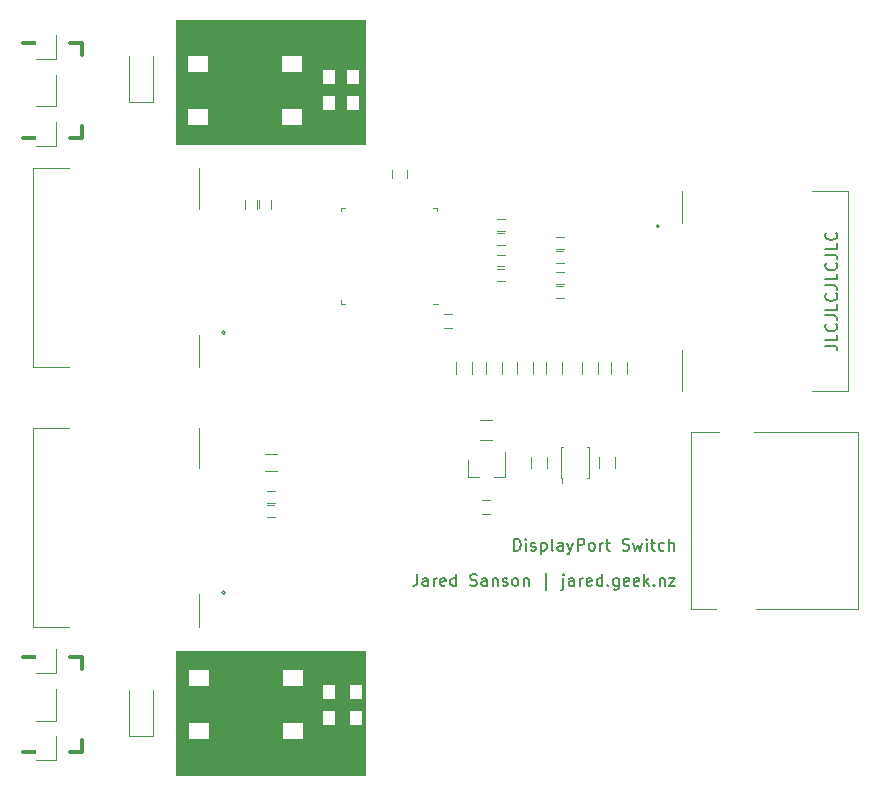
<source format=gbr>
G04 #@! TF.GenerationSoftware,KiCad,Pcbnew,(5.1.2)-2*
G04 #@! TF.CreationDate,2020-12-08T23:46:53+13:00*
G04 #@! TF.ProjectId,DPSwitch,44505377-6974-4636-982e-6b696361645f,rev?*
G04 #@! TF.SameCoordinates,Original*
G04 #@! TF.FileFunction,Legend,Top*
G04 #@! TF.FilePolarity,Positive*
%FSLAX46Y46*%
G04 Gerber Fmt 4.6, Leading zero omitted, Abs format (unit mm)*
G04 Created by KiCad (PCBNEW (5.1.2)-2) date 2020-12-08 23:46:53*
%MOMM*%
%LPD*%
G04 APERTURE LIST*
%ADD10C,0.150000*%
%ADD11C,0.100000*%
%ADD12C,0.120000*%
%ADD13C,0.200000*%
%ADD14C,0.304800*%
%ADD15C,0.066040*%
%ADD16R,0.352000X0.852000*%
%ADD17R,1.002000X1.302000*%
%ADD18R,1.602000X1.352000*%
%ADD19R,1.302000X1.002000*%
%ADD20C,1.552000*%
%ADD21C,2.762000*%
%ADD22C,2.084000*%
%ADD23R,2.502000X0.382000*%
%ADD24R,0.902000X1.002000*%
%ADD25R,1.302000X0.852000*%
%ADD26C,1.051560*%
%ADD27R,1.651000X0.601980*%
%ADD28R,1.701800X2.702560*%
%ADD29R,1.701800X2.001520*%
%ADD30R,1.227000X1.402000*%
%ADD31O,0.342000X0.702000*%
%ADD32O,0.702000X0.342000*%
%ADD33R,1.652000X1.402000*%
%ADD34C,1.602000*%
%ADD35C,3.102000*%
%ADD36R,0.852000X1.302000*%
G04 APERTURE END LIST*
D10*
X94902500Y-87452380D02*
X94902500Y-88166666D01*
X94854880Y-88309523D01*
X94759642Y-88404761D01*
X94616785Y-88452380D01*
X94521547Y-88452380D01*
X95807261Y-88452380D02*
X95807261Y-87928571D01*
X95759642Y-87833333D01*
X95664404Y-87785714D01*
X95473928Y-87785714D01*
X95378690Y-87833333D01*
X95807261Y-88404761D02*
X95712023Y-88452380D01*
X95473928Y-88452380D01*
X95378690Y-88404761D01*
X95331071Y-88309523D01*
X95331071Y-88214285D01*
X95378690Y-88119047D01*
X95473928Y-88071428D01*
X95712023Y-88071428D01*
X95807261Y-88023809D01*
X96283452Y-88452380D02*
X96283452Y-87785714D01*
X96283452Y-87976190D02*
X96331071Y-87880952D01*
X96378690Y-87833333D01*
X96473928Y-87785714D01*
X96569166Y-87785714D01*
X97283452Y-88404761D02*
X97188214Y-88452380D01*
X96997738Y-88452380D01*
X96902500Y-88404761D01*
X96854880Y-88309523D01*
X96854880Y-87928571D01*
X96902500Y-87833333D01*
X96997738Y-87785714D01*
X97188214Y-87785714D01*
X97283452Y-87833333D01*
X97331071Y-87928571D01*
X97331071Y-88023809D01*
X96854880Y-88119047D01*
X98188214Y-88452380D02*
X98188214Y-87452380D01*
X98188214Y-88404761D02*
X98092976Y-88452380D01*
X97902500Y-88452380D01*
X97807261Y-88404761D01*
X97759642Y-88357142D01*
X97712023Y-88261904D01*
X97712023Y-87976190D01*
X97759642Y-87880952D01*
X97807261Y-87833333D01*
X97902500Y-87785714D01*
X98092976Y-87785714D01*
X98188214Y-87833333D01*
X99378690Y-88404761D02*
X99521547Y-88452380D01*
X99759642Y-88452380D01*
X99854880Y-88404761D01*
X99902500Y-88357142D01*
X99950119Y-88261904D01*
X99950119Y-88166666D01*
X99902500Y-88071428D01*
X99854880Y-88023809D01*
X99759642Y-87976190D01*
X99569166Y-87928571D01*
X99473928Y-87880952D01*
X99426309Y-87833333D01*
X99378690Y-87738095D01*
X99378690Y-87642857D01*
X99426309Y-87547619D01*
X99473928Y-87500000D01*
X99569166Y-87452380D01*
X99807261Y-87452380D01*
X99950119Y-87500000D01*
X100807261Y-88452380D02*
X100807261Y-87928571D01*
X100759642Y-87833333D01*
X100664404Y-87785714D01*
X100473928Y-87785714D01*
X100378690Y-87833333D01*
X100807261Y-88404761D02*
X100712023Y-88452380D01*
X100473928Y-88452380D01*
X100378690Y-88404761D01*
X100331071Y-88309523D01*
X100331071Y-88214285D01*
X100378690Y-88119047D01*
X100473928Y-88071428D01*
X100712023Y-88071428D01*
X100807261Y-88023809D01*
X101283452Y-87785714D02*
X101283452Y-88452380D01*
X101283452Y-87880952D02*
X101331071Y-87833333D01*
X101426309Y-87785714D01*
X101569166Y-87785714D01*
X101664404Y-87833333D01*
X101712023Y-87928571D01*
X101712023Y-88452380D01*
X102140595Y-88404761D02*
X102235833Y-88452380D01*
X102426309Y-88452380D01*
X102521547Y-88404761D01*
X102569166Y-88309523D01*
X102569166Y-88261904D01*
X102521547Y-88166666D01*
X102426309Y-88119047D01*
X102283452Y-88119047D01*
X102188214Y-88071428D01*
X102140595Y-87976190D01*
X102140595Y-87928571D01*
X102188214Y-87833333D01*
X102283452Y-87785714D01*
X102426309Y-87785714D01*
X102521547Y-87833333D01*
X103140595Y-88452380D02*
X103045357Y-88404761D01*
X102997738Y-88357142D01*
X102950119Y-88261904D01*
X102950119Y-87976190D01*
X102997738Y-87880952D01*
X103045357Y-87833333D01*
X103140595Y-87785714D01*
X103283452Y-87785714D01*
X103378690Y-87833333D01*
X103426309Y-87880952D01*
X103473928Y-87976190D01*
X103473928Y-88261904D01*
X103426309Y-88357142D01*
X103378690Y-88404761D01*
X103283452Y-88452380D01*
X103140595Y-88452380D01*
X103902500Y-87785714D02*
X103902500Y-88452380D01*
X103902500Y-87880952D02*
X103950119Y-87833333D01*
X104045357Y-87785714D01*
X104188214Y-87785714D01*
X104283452Y-87833333D01*
X104331071Y-87928571D01*
X104331071Y-88452380D01*
X105807261Y-88785714D02*
X105807261Y-87357142D01*
X107283452Y-87785714D02*
X107283452Y-88642857D01*
X107235833Y-88738095D01*
X107140595Y-88785714D01*
X107092976Y-88785714D01*
X107283452Y-87452380D02*
X107235833Y-87500000D01*
X107283452Y-87547619D01*
X107331071Y-87500000D01*
X107283452Y-87452380D01*
X107283452Y-87547619D01*
X108188214Y-88452380D02*
X108188214Y-87928571D01*
X108140595Y-87833333D01*
X108045357Y-87785714D01*
X107854880Y-87785714D01*
X107759642Y-87833333D01*
X108188214Y-88404761D02*
X108092976Y-88452380D01*
X107854880Y-88452380D01*
X107759642Y-88404761D01*
X107712023Y-88309523D01*
X107712023Y-88214285D01*
X107759642Y-88119047D01*
X107854880Y-88071428D01*
X108092976Y-88071428D01*
X108188214Y-88023809D01*
X108664404Y-88452380D02*
X108664404Y-87785714D01*
X108664404Y-87976190D02*
X108712023Y-87880952D01*
X108759642Y-87833333D01*
X108854880Y-87785714D01*
X108950119Y-87785714D01*
X109664404Y-88404761D02*
X109569166Y-88452380D01*
X109378690Y-88452380D01*
X109283452Y-88404761D01*
X109235833Y-88309523D01*
X109235833Y-87928571D01*
X109283452Y-87833333D01*
X109378690Y-87785714D01*
X109569166Y-87785714D01*
X109664404Y-87833333D01*
X109712023Y-87928571D01*
X109712023Y-88023809D01*
X109235833Y-88119047D01*
X110569166Y-88452380D02*
X110569166Y-87452380D01*
X110569166Y-88404761D02*
X110473928Y-88452380D01*
X110283452Y-88452380D01*
X110188214Y-88404761D01*
X110140595Y-88357142D01*
X110092976Y-88261904D01*
X110092976Y-87976190D01*
X110140595Y-87880952D01*
X110188214Y-87833333D01*
X110283452Y-87785714D01*
X110473928Y-87785714D01*
X110569166Y-87833333D01*
X111045357Y-88357142D02*
X111092976Y-88404761D01*
X111045357Y-88452380D01*
X110997738Y-88404761D01*
X111045357Y-88357142D01*
X111045357Y-88452380D01*
X111950119Y-87785714D02*
X111950119Y-88595238D01*
X111902500Y-88690476D01*
X111854880Y-88738095D01*
X111759642Y-88785714D01*
X111616785Y-88785714D01*
X111521547Y-88738095D01*
X111950119Y-88404761D02*
X111854880Y-88452380D01*
X111664404Y-88452380D01*
X111569166Y-88404761D01*
X111521547Y-88357142D01*
X111473928Y-88261904D01*
X111473928Y-87976190D01*
X111521547Y-87880952D01*
X111569166Y-87833333D01*
X111664404Y-87785714D01*
X111854880Y-87785714D01*
X111950119Y-87833333D01*
X112807261Y-88404761D02*
X112712023Y-88452380D01*
X112521547Y-88452380D01*
X112426309Y-88404761D01*
X112378690Y-88309523D01*
X112378690Y-87928571D01*
X112426309Y-87833333D01*
X112521547Y-87785714D01*
X112712023Y-87785714D01*
X112807261Y-87833333D01*
X112854880Y-87928571D01*
X112854880Y-88023809D01*
X112378690Y-88119047D01*
X113664404Y-88404761D02*
X113569166Y-88452380D01*
X113378690Y-88452380D01*
X113283452Y-88404761D01*
X113235833Y-88309523D01*
X113235833Y-87928571D01*
X113283452Y-87833333D01*
X113378690Y-87785714D01*
X113569166Y-87785714D01*
X113664404Y-87833333D01*
X113712023Y-87928571D01*
X113712023Y-88023809D01*
X113235833Y-88119047D01*
X114140595Y-88452380D02*
X114140595Y-87452380D01*
X114235833Y-88071428D02*
X114521547Y-88452380D01*
X114521547Y-87785714D02*
X114140595Y-88166666D01*
X114950119Y-88357142D02*
X114997738Y-88404761D01*
X114950119Y-88452380D01*
X114902500Y-88404761D01*
X114950119Y-88357142D01*
X114950119Y-88452380D01*
X115426309Y-87785714D02*
X115426309Y-88452380D01*
X115426309Y-87880952D02*
X115473928Y-87833333D01*
X115569166Y-87785714D01*
X115712023Y-87785714D01*
X115807261Y-87833333D01*
X115854880Y-87928571D01*
X115854880Y-88452380D01*
X116235833Y-87785714D02*
X116759642Y-87785714D01*
X116235833Y-88452380D01*
X116759642Y-88452380D01*
X103092976Y-85452380D02*
X103092976Y-84452380D01*
X103331071Y-84452380D01*
X103473928Y-84500000D01*
X103569166Y-84595238D01*
X103616785Y-84690476D01*
X103664404Y-84880952D01*
X103664404Y-85023809D01*
X103616785Y-85214285D01*
X103569166Y-85309523D01*
X103473928Y-85404761D01*
X103331071Y-85452380D01*
X103092976Y-85452380D01*
X104092976Y-85452380D02*
X104092976Y-84785714D01*
X104092976Y-84452380D02*
X104045357Y-84500000D01*
X104092976Y-84547619D01*
X104140595Y-84500000D01*
X104092976Y-84452380D01*
X104092976Y-84547619D01*
X104521547Y-85404761D02*
X104616785Y-85452380D01*
X104807261Y-85452380D01*
X104902500Y-85404761D01*
X104950119Y-85309523D01*
X104950119Y-85261904D01*
X104902500Y-85166666D01*
X104807261Y-85119047D01*
X104664404Y-85119047D01*
X104569166Y-85071428D01*
X104521547Y-84976190D01*
X104521547Y-84928571D01*
X104569166Y-84833333D01*
X104664404Y-84785714D01*
X104807261Y-84785714D01*
X104902500Y-84833333D01*
X105378690Y-84785714D02*
X105378690Y-85785714D01*
X105378690Y-84833333D02*
X105473928Y-84785714D01*
X105664404Y-84785714D01*
X105759642Y-84833333D01*
X105807261Y-84880952D01*
X105854880Y-84976190D01*
X105854880Y-85261904D01*
X105807261Y-85357142D01*
X105759642Y-85404761D01*
X105664404Y-85452380D01*
X105473928Y-85452380D01*
X105378690Y-85404761D01*
X106426309Y-85452380D02*
X106331071Y-85404761D01*
X106283452Y-85309523D01*
X106283452Y-84452380D01*
X107235833Y-85452380D02*
X107235833Y-84928571D01*
X107188214Y-84833333D01*
X107092976Y-84785714D01*
X106902500Y-84785714D01*
X106807261Y-84833333D01*
X107235833Y-85404761D02*
X107140595Y-85452380D01*
X106902500Y-85452380D01*
X106807261Y-85404761D01*
X106759642Y-85309523D01*
X106759642Y-85214285D01*
X106807261Y-85119047D01*
X106902500Y-85071428D01*
X107140595Y-85071428D01*
X107235833Y-85023809D01*
X107616785Y-84785714D02*
X107854880Y-85452380D01*
X108092976Y-84785714D02*
X107854880Y-85452380D01*
X107759642Y-85690476D01*
X107712023Y-85738095D01*
X107616785Y-85785714D01*
X108473928Y-85452380D02*
X108473928Y-84452380D01*
X108854880Y-84452380D01*
X108950119Y-84500000D01*
X108997738Y-84547619D01*
X109045357Y-84642857D01*
X109045357Y-84785714D01*
X108997738Y-84880952D01*
X108950119Y-84928571D01*
X108854880Y-84976190D01*
X108473928Y-84976190D01*
X109616785Y-85452380D02*
X109521547Y-85404761D01*
X109473928Y-85357142D01*
X109426309Y-85261904D01*
X109426309Y-84976190D01*
X109473928Y-84880952D01*
X109521547Y-84833333D01*
X109616785Y-84785714D01*
X109759642Y-84785714D01*
X109854880Y-84833333D01*
X109902500Y-84880952D01*
X109950119Y-84976190D01*
X109950119Y-85261904D01*
X109902500Y-85357142D01*
X109854880Y-85404761D01*
X109759642Y-85452380D01*
X109616785Y-85452380D01*
X110378690Y-85452380D02*
X110378690Y-84785714D01*
X110378690Y-84976190D02*
X110426309Y-84880952D01*
X110473928Y-84833333D01*
X110569166Y-84785714D01*
X110664404Y-84785714D01*
X110854880Y-84785714D02*
X111235833Y-84785714D01*
X110997738Y-84452380D02*
X110997738Y-85309523D01*
X111045357Y-85404761D01*
X111140595Y-85452380D01*
X111235833Y-85452380D01*
X112283452Y-85404761D02*
X112426309Y-85452380D01*
X112664404Y-85452380D01*
X112759642Y-85404761D01*
X112807261Y-85357142D01*
X112854880Y-85261904D01*
X112854880Y-85166666D01*
X112807261Y-85071428D01*
X112759642Y-85023809D01*
X112664404Y-84976190D01*
X112473928Y-84928571D01*
X112378690Y-84880952D01*
X112331071Y-84833333D01*
X112283452Y-84738095D01*
X112283452Y-84642857D01*
X112331071Y-84547619D01*
X112378690Y-84500000D01*
X112473928Y-84452380D01*
X112712023Y-84452380D01*
X112854880Y-84500000D01*
X113188214Y-84785714D02*
X113378690Y-85452380D01*
X113569166Y-84976190D01*
X113759642Y-85452380D01*
X113950119Y-84785714D01*
X114331071Y-85452380D02*
X114331071Y-84785714D01*
X114331071Y-84452380D02*
X114283452Y-84500000D01*
X114331071Y-84547619D01*
X114378690Y-84500000D01*
X114331071Y-84452380D01*
X114331071Y-84547619D01*
X114664404Y-84785714D02*
X115045357Y-84785714D01*
X114807261Y-84452380D02*
X114807261Y-85309523D01*
X114854880Y-85404761D01*
X114950119Y-85452380D01*
X115045357Y-85452380D01*
X115807261Y-85404761D02*
X115712023Y-85452380D01*
X115521547Y-85452380D01*
X115426309Y-85404761D01*
X115378690Y-85357142D01*
X115331071Y-85261904D01*
X115331071Y-84976190D01*
X115378690Y-84880952D01*
X115426309Y-84833333D01*
X115521547Y-84785714D01*
X115712023Y-84785714D01*
X115807261Y-84833333D01*
X116235833Y-85452380D02*
X116235833Y-84452380D01*
X116664404Y-85452380D02*
X116664404Y-84928571D01*
X116616785Y-84833333D01*
X116521547Y-84785714D01*
X116378690Y-84785714D01*
X116283452Y-84833333D01*
X116235833Y-84880952D01*
D11*
G36*
X90500000Y-104500000D02*
G01*
X74500000Y-104500000D01*
X74500000Y-94000000D01*
X90500000Y-94000000D01*
X90500000Y-104500000D01*
G37*
X90500000Y-104500000D02*
X74500000Y-104500000D01*
X74500000Y-94000000D01*
X90500000Y-94000000D01*
X90500000Y-104500000D01*
G36*
X90500000Y-51000000D02*
G01*
X74500000Y-51000000D01*
X74500000Y-40500000D01*
X90500000Y-40500000D01*
X90500000Y-51000000D01*
G37*
X90500000Y-51000000D02*
X74500000Y-51000000D01*
X74500000Y-40500000D01*
X90500000Y-40500000D01*
X90500000Y-51000000D01*
D10*
X129452380Y-68119047D02*
X130166666Y-68119047D01*
X130309523Y-68166666D01*
X130404761Y-68261904D01*
X130452380Y-68404761D01*
X130452380Y-68500000D01*
X130452380Y-67166666D02*
X130452380Y-67642857D01*
X129452380Y-67642857D01*
X130357142Y-66261904D02*
X130404761Y-66309523D01*
X130452380Y-66452380D01*
X130452380Y-66547619D01*
X130404761Y-66690476D01*
X130309523Y-66785714D01*
X130214285Y-66833333D01*
X130023809Y-66880952D01*
X129880952Y-66880952D01*
X129690476Y-66833333D01*
X129595238Y-66785714D01*
X129500000Y-66690476D01*
X129452380Y-66547619D01*
X129452380Y-66452380D01*
X129500000Y-66309523D01*
X129547619Y-66261904D01*
X129452380Y-65547619D02*
X130166666Y-65547619D01*
X130309523Y-65595238D01*
X130404761Y-65690476D01*
X130452380Y-65833333D01*
X130452380Y-65928571D01*
X130452380Y-64595238D02*
X130452380Y-65071428D01*
X129452380Y-65071428D01*
X130357142Y-63690476D02*
X130404761Y-63738095D01*
X130452380Y-63880952D01*
X130452380Y-63976190D01*
X130404761Y-64119047D01*
X130309523Y-64214285D01*
X130214285Y-64261904D01*
X130023809Y-64309523D01*
X129880952Y-64309523D01*
X129690476Y-64261904D01*
X129595238Y-64214285D01*
X129500000Y-64119047D01*
X129452380Y-63976190D01*
X129452380Y-63880952D01*
X129500000Y-63738095D01*
X129547619Y-63690476D01*
X129452380Y-62976190D02*
X130166666Y-62976190D01*
X130309523Y-63023809D01*
X130404761Y-63119047D01*
X130452380Y-63261904D01*
X130452380Y-63357142D01*
X130452380Y-62023809D02*
X130452380Y-62500000D01*
X129452380Y-62500000D01*
X130357142Y-61119047D02*
X130404761Y-61166666D01*
X130452380Y-61309523D01*
X130452380Y-61404761D01*
X130404761Y-61547619D01*
X130309523Y-61642857D01*
X130214285Y-61690476D01*
X130023809Y-61738095D01*
X129880952Y-61738095D01*
X129690476Y-61690476D01*
X129595238Y-61642857D01*
X129500000Y-61547619D01*
X129452380Y-61404761D01*
X129452380Y-61309523D01*
X129500000Y-61166666D01*
X129547619Y-61119047D01*
X129452380Y-60404761D02*
X130166666Y-60404761D01*
X130309523Y-60452380D01*
X130404761Y-60547619D01*
X130452380Y-60690476D01*
X130452380Y-60785714D01*
X130452380Y-59452380D02*
X130452380Y-59928571D01*
X129452380Y-59928571D01*
X130357142Y-58547619D02*
X130404761Y-58595238D01*
X130452380Y-58738095D01*
X130452380Y-58833333D01*
X130404761Y-58976190D01*
X130309523Y-59071428D01*
X130214285Y-59119047D01*
X130023809Y-59166666D01*
X129880952Y-59166666D01*
X129690476Y-59119047D01*
X129595238Y-59071428D01*
X129500000Y-58976190D01*
X129452380Y-58833333D01*
X129452380Y-58738095D01*
X129500000Y-58595238D01*
X129547619Y-58547619D01*
D12*
X109450000Y-79300000D02*
X109250000Y-79300000D01*
X107150000Y-79300000D02*
X107150000Y-79700000D01*
X107050000Y-79300000D02*
X107150000Y-79300000D01*
X107050000Y-76700000D02*
X107050000Y-79300000D01*
X107250000Y-76700000D02*
X107050000Y-76700000D01*
X109450000Y-76700000D02*
X109250000Y-76700000D01*
X109450000Y-79300000D02*
X109450000Y-76700000D01*
X86850000Y-100300000D02*
X87950000Y-100300000D01*
X87950000Y-100300000D02*
X87950000Y-97700000D01*
X86850000Y-100300000D02*
X86850000Y-97700000D01*
X87950000Y-44700000D02*
X86850000Y-44700000D01*
X86850000Y-44700000D02*
X86850000Y-47300000D01*
X87950000Y-44700000D02*
X87950000Y-47300000D01*
X100250000Y-76100000D02*
X101250000Y-76100000D01*
X101250000Y-74400000D02*
X100250000Y-74400000D01*
X70500000Y-101150000D02*
X72500000Y-101150000D01*
X72500000Y-101150000D02*
X72500000Y-97250000D01*
X70500000Y-101150000D02*
X70500000Y-97250000D01*
X70500000Y-47500000D02*
X70500000Y-43600000D01*
X72500000Y-47500000D02*
X72500000Y-43600000D01*
X70500000Y-47500000D02*
X72500000Y-47500000D01*
D13*
X78500000Y-67100000D02*
G75*
G02X78500000Y-66900000I0J100000D01*
G01*
X78500000Y-66900000D02*
G75*
G02X78500000Y-67100000I0J-100000D01*
G01*
X78500000Y-66900000D02*
X78500000Y-66900000D01*
X78500000Y-67100000D02*
X78500000Y-67100000D01*
D11*
X76400000Y-69950000D02*
X76400000Y-67100000D01*
X76400000Y-53050000D02*
X76400000Y-56500000D01*
X62400000Y-69950000D02*
X65400000Y-69950000D01*
X62400000Y-53050000D02*
X62400000Y-69950000D01*
X65400000Y-53050000D02*
X62400000Y-53050000D01*
D12*
X99170000Y-79260000D02*
X100100000Y-79260000D01*
X102330000Y-79260000D02*
X101400000Y-79260000D01*
X102330000Y-79260000D02*
X102330000Y-77100000D01*
X99170000Y-79260000D02*
X99170000Y-77800000D01*
X82000000Y-77320000D02*
X83000000Y-77320000D01*
X83000000Y-78680000D02*
X82000000Y-78680000D01*
X101100000Y-82350000D02*
X100400000Y-82350000D01*
X100400000Y-81150000D02*
X101100000Y-81150000D01*
X90430000Y-98000000D02*
X90430000Y-99000000D01*
X89070000Y-99000000D02*
X89070000Y-98000000D01*
X90180000Y-46000000D02*
X90180000Y-47000000D01*
X88820000Y-47000000D02*
X88820000Y-46000000D01*
X105930000Y-77500000D02*
X105930000Y-78500000D01*
X104570000Y-78500000D02*
X104570000Y-77500000D01*
X110320000Y-78500000D02*
X110320000Y-77500000D01*
X111680000Y-77500000D02*
X111680000Y-78500000D01*
D14*
X62501780Y-50497960D02*
X61501020Y-50497960D01*
X62501780Y-42502040D02*
X61501020Y-42502040D01*
X66499740Y-50497960D02*
X66499740Y-49499740D01*
X65498980Y-50497960D02*
X66499740Y-50497960D01*
X66499740Y-42502040D02*
X66499740Y-43500260D01*
X65498980Y-42507120D02*
X65498980Y-42502040D01*
X66479420Y-42507120D02*
X65498980Y-42507120D01*
D15*
X62651640Y-47848740D02*
X62651640Y-45151260D01*
X62651640Y-45151260D02*
X64348360Y-45151260D01*
X64348360Y-47848740D02*
X64348360Y-45151260D01*
X62651640Y-47848740D02*
X64348360Y-47848740D01*
X62651640Y-51183760D02*
X62651640Y-49182240D01*
X62651640Y-49182240D02*
X64348360Y-49182240D01*
X64348360Y-51183760D02*
X64348360Y-49182240D01*
X62651640Y-51183760D02*
X64348360Y-51183760D01*
X62651640Y-43817760D02*
X62651640Y-41816240D01*
X62651640Y-41816240D02*
X64348360Y-41816240D01*
X64348360Y-43817760D02*
X64348360Y-41816240D01*
X62651640Y-43817760D02*
X64348360Y-43817760D01*
X62750700Y-51082160D02*
X62750700Y-49283840D01*
X62750700Y-49283840D02*
X64249300Y-49283840D01*
X64249300Y-51082160D02*
X64249300Y-49283840D01*
X62750700Y-51082160D02*
X64249300Y-51082160D01*
X63152020Y-47249300D02*
X63152020Y-45750700D01*
X63152020Y-45750700D02*
X63847980Y-45750700D01*
X63847980Y-47249300D02*
X63847980Y-45750700D01*
X63152020Y-47249300D02*
X63847980Y-47249300D01*
X62750700Y-43716160D02*
X62750700Y-41917840D01*
X62750700Y-41917840D02*
X64249300Y-41917840D01*
X64249300Y-43716160D02*
X64249300Y-41917840D01*
X62750700Y-43716160D02*
X64249300Y-43716160D01*
D14*
X62501780Y-102497960D02*
X61501020Y-102497960D01*
X62501780Y-94502040D02*
X61501020Y-94502040D01*
X66499740Y-102497960D02*
X66499740Y-101499740D01*
X65498980Y-102497960D02*
X66499740Y-102497960D01*
X66499740Y-94502040D02*
X66499740Y-95500260D01*
X65498980Y-94507120D02*
X65498980Y-94502040D01*
X66479420Y-94507120D02*
X65498980Y-94507120D01*
D15*
X62651640Y-99848740D02*
X62651640Y-97151260D01*
X62651640Y-97151260D02*
X64348360Y-97151260D01*
X64348360Y-99848740D02*
X64348360Y-97151260D01*
X62651640Y-99848740D02*
X64348360Y-99848740D01*
X62651640Y-103183760D02*
X62651640Y-101182240D01*
X62651640Y-101182240D02*
X64348360Y-101182240D01*
X64348360Y-103183760D02*
X64348360Y-101182240D01*
X62651640Y-103183760D02*
X64348360Y-103183760D01*
X62651640Y-95817760D02*
X62651640Y-93816240D01*
X62651640Y-93816240D02*
X64348360Y-93816240D01*
X64348360Y-95817760D02*
X64348360Y-93816240D01*
X62651640Y-95817760D02*
X64348360Y-95817760D01*
X62750700Y-103082160D02*
X62750700Y-101283840D01*
X62750700Y-101283840D02*
X64249300Y-101283840D01*
X64249300Y-103082160D02*
X64249300Y-101283840D01*
X62750700Y-103082160D02*
X64249300Y-103082160D01*
X63152020Y-99249300D02*
X63152020Y-97750700D01*
X63152020Y-97750700D02*
X63847980Y-97750700D01*
X63847980Y-99249300D02*
X63847980Y-97750700D01*
X63152020Y-99249300D02*
X63847980Y-99249300D01*
X62750700Y-95716160D02*
X62750700Y-93917840D01*
X62750700Y-93917840D02*
X64249300Y-93917840D01*
X64249300Y-95716160D02*
X64249300Y-93917840D01*
X62750700Y-95716160D02*
X64249300Y-95716160D01*
D12*
X96250000Y-64550000D02*
X96700000Y-64550000D01*
X96550000Y-56450000D02*
X96550000Y-56750000D01*
X96250000Y-56450000D02*
X96550000Y-56450000D01*
X88450000Y-56450000D02*
X88450000Y-56750000D01*
X88750000Y-56450000D02*
X88450000Y-56450000D01*
X88450000Y-64550000D02*
X88450000Y-64250000D01*
X88750000Y-64550000D02*
X88450000Y-64550000D01*
X77070000Y-49730000D02*
X77070000Y-49700000D01*
X77070000Y-43270000D02*
X77070000Y-43300000D01*
X83530000Y-43270000D02*
X83530000Y-43300000D01*
X83530000Y-49700000D02*
X83530000Y-49730000D01*
X77070000Y-47800000D02*
X77070000Y-45200000D01*
X83530000Y-49730000D02*
X77070000Y-49730000D01*
X83530000Y-47800000D02*
X83530000Y-45200000D01*
X83530000Y-43270000D02*
X77070000Y-43270000D01*
X83630000Y-95270000D02*
X83630000Y-95300000D01*
X83630000Y-101730000D02*
X83630000Y-101700000D01*
X77170000Y-101730000D02*
X77170000Y-101700000D01*
X77170000Y-95300000D02*
X77170000Y-95270000D01*
X83630000Y-97200000D02*
X83630000Y-99800000D01*
X77170000Y-95270000D02*
X83630000Y-95270000D01*
X77170000Y-97200000D02*
X77170000Y-99800000D01*
X77170000Y-101730000D02*
X83630000Y-101730000D01*
X108820000Y-70500000D02*
X108820000Y-69500000D01*
X110180000Y-69500000D02*
X110180000Y-70500000D01*
X105820000Y-70500000D02*
X105820000Y-69500000D01*
X107180000Y-69500000D02*
X107180000Y-70500000D01*
X103320000Y-70500000D02*
X103320000Y-69500000D01*
X104680000Y-69500000D02*
X104680000Y-70500000D01*
X112680000Y-69500000D02*
X112680000Y-70500000D01*
X111320000Y-70500000D02*
X111320000Y-69500000D01*
X98220000Y-70500000D02*
X98220000Y-69500000D01*
X99580000Y-69500000D02*
X99580000Y-70500000D01*
X102080000Y-69500000D02*
X102080000Y-70500000D01*
X100720000Y-70500000D02*
X100720000Y-69500000D01*
X118110000Y-75450000D02*
X120440000Y-75450000D01*
X118110000Y-90440000D02*
X120230000Y-90440000D01*
X118110000Y-75450000D02*
X118110000Y-90440000D01*
X132200000Y-75450000D02*
X132200000Y-90440000D01*
X123400000Y-75450000D02*
X132200000Y-75450000D01*
X123600000Y-90440000D02*
X132200000Y-90440000D01*
X107350000Y-64100000D02*
X106650000Y-64100000D01*
X106650000Y-62900000D02*
X107350000Y-62900000D01*
X102350000Y-62600000D02*
X101650000Y-62600000D01*
X101650000Y-61400000D02*
X102350000Y-61400000D01*
X107350000Y-61100000D02*
X106650000Y-61100000D01*
X106650000Y-59900000D02*
X107350000Y-59900000D01*
X102350000Y-59600000D02*
X101650000Y-59600000D01*
X101650000Y-58400000D02*
X102350000Y-58400000D01*
X102350000Y-58600000D02*
X101650000Y-58600000D01*
X101650000Y-57400000D02*
X102350000Y-57400000D01*
X107350000Y-63100000D02*
X106650000Y-63100000D01*
X106650000Y-61900000D02*
X107350000Y-61900000D01*
X102350000Y-61600000D02*
X101650000Y-61600000D01*
X101650000Y-60400000D02*
X102350000Y-60400000D01*
X107350000Y-60100000D02*
X106650000Y-60100000D01*
X106650000Y-58900000D02*
X107350000Y-58900000D01*
X97850000Y-66600000D02*
X97150000Y-66600000D01*
X97150000Y-65400000D02*
X97850000Y-65400000D01*
X94000000Y-53200000D02*
X94000000Y-53900000D01*
X92800000Y-53900000D02*
X92800000Y-53200000D01*
X81500000Y-55800000D02*
X81500000Y-56500000D01*
X80300000Y-56500000D02*
X80300000Y-55800000D01*
X82850000Y-81600000D02*
X82150000Y-81600000D01*
X82150000Y-80400000D02*
X82850000Y-80400000D01*
X82500000Y-55800000D02*
X82500000Y-56500000D01*
X81300000Y-56500000D02*
X81300000Y-55800000D01*
X82850000Y-82600000D02*
X82150000Y-82600000D01*
X82150000Y-81400000D02*
X82850000Y-81400000D01*
D13*
X115250000Y-57900000D02*
G75*
G02X115250000Y-58100000I0J-100000D01*
G01*
X115250000Y-58100000D02*
G75*
G02X115250000Y-57900000I0J100000D01*
G01*
X115250000Y-58100000D02*
X115250000Y-58100000D01*
X115250000Y-57900000D02*
X115250000Y-57900000D01*
D11*
X117350000Y-55050000D02*
X117350000Y-57900000D01*
X117350000Y-71950000D02*
X117350000Y-68500000D01*
X131350000Y-55050000D02*
X128350000Y-55050000D01*
X131350000Y-71950000D02*
X131350000Y-55050000D01*
X128350000Y-71950000D02*
X131350000Y-71950000D01*
D13*
X78500000Y-89100000D02*
G75*
G02X78500000Y-88900000I0J100000D01*
G01*
X78500000Y-88900000D02*
G75*
G02X78500000Y-89100000I0J-100000D01*
G01*
X78500000Y-88900000D02*
X78500000Y-88900000D01*
X78500000Y-89100000D02*
X78500000Y-89100000D01*
D11*
X76400000Y-91950000D02*
X76400000Y-89100000D01*
X76400000Y-75050000D02*
X76400000Y-78500000D01*
X62400000Y-91950000D02*
X65400000Y-91950000D01*
X62400000Y-75050000D02*
X62400000Y-91950000D01*
X65400000Y-75050000D02*
X62400000Y-75050000D01*
%LPC*%
G36*
X79670000Y-70596000D02*
G01*
X79846000Y-70423000D01*
X80025000Y-70320000D01*
X80222000Y-70278000D01*
X80379000Y-70283000D01*
X80541000Y-70340000D01*
X80704000Y-70437000D01*
X80833000Y-70568000D01*
X80929000Y-70736000D01*
X80994000Y-70944000D01*
X81029000Y-71194000D01*
X81064000Y-71419000D01*
X81140000Y-71589000D01*
X81277000Y-71746000D01*
X81461000Y-71944000D01*
X81549000Y-72117000D01*
X81573000Y-72328000D01*
X81557000Y-72486000D01*
X81493000Y-72658000D01*
X81401000Y-72825000D01*
X81271000Y-72951000D01*
X81117000Y-73052000D01*
X80955000Y-73096000D01*
X80752000Y-73094000D01*
X80537000Y-73082000D01*
X80377000Y-73102000D01*
X80230000Y-73167000D01*
X80056000Y-73287000D01*
X79862000Y-73412000D01*
X79672000Y-73491000D01*
X79485000Y-73525000D01*
X79302000Y-73514000D01*
X79123000Y-73457000D01*
X78974000Y-73374000D01*
X78867000Y-73258000D01*
X78780000Y-73101000D01*
X78732000Y-72922000D01*
X78727000Y-72734000D01*
X78752000Y-72583000D01*
X78803000Y-72434000D01*
X78888000Y-72269000D01*
X79015000Y-72071000D01*
X79136000Y-71887000D01*
X79227000Y-71727000D01*
X79298000Y-71570000D01*
X79360000Y-71395000D01*
X79422000Y-71181000D01*
X79504000Y-70901000D01*
X79578000Y-70726000D01*
X79670000Y-70596000D01*
X79670000Y-70596000D01*
G37*
G36*
X81368000Y-70428000D02*
G01*
X81485000Y-70354000D01*
X81604000Y-70305000D01*
X81798000Y-70277000D01*
X82011000Y-70277000D01*
X82227000Y-70306000D01*
X82428000Y-70359000D01*
X82600000Y-70436000D01*
X82771000Y-70557000D01*
X82940000Y-70714000D01*
X83089000Y-70884000D01*
X83198000Y-71047000D01*
X83248000Y-71179000D01*
X83227000Y-71333000D01*
X83131000Y-71481000D01*
X82969000Y-71614000D01*
X82749000Y-71721000D01*
X82530000Y-71785000D01*
X82316000Y-71808000D01*
X82101000Y-71790000D01*
X81880000Y-71731000D01*
X81646000Y-71630000D01*
X81433000Y-71511000D01*
X81316000Y-71395000D01*
X81216000Y-71228000D01*
X81164000Y-71044000D01*
X81159000Y-70851000D01*
X81203000Y-70656000D01*
X81264000Y-70529000D01*
X81368000Y-70428000D01*
X81368000Y-70428000D01*
G37*
G36*
X79912000Y-73587000D02*
G01*
X80072000Y-73454000D01*
X80248000Y-73376000D01*
X80442000Y-73353000D01*
X80655000Y-73383000D01*
X80890000Y-73468000D01*
X81092000Y-73576000D01*
X81264000Y-73703000D01*
X81406000Y-73850000D01*
X81522000Y-74021000D01*
X81613000Y-74216000D01*
X81676000Y-74444000D01*
X81685000Y-74648000D01*
X81642000Y-74816000D01*
X81548000Y-74938000D01*
X81402000Y-74997000D01*
X81182000Y-75024000D01*
X80926000Y-75020000D01*
X80675000Y-74986000D01*
X80466000Y-74921000D01*
X80315000Y-74835000D01*
X80160000Y-74716000D01*
X80013000Y-74575000D01*
X79887000Y-74426000D01*
X79794000Y-74281000D01*
X79744000Y-74118000D01*
X79735000Y-73938000D01*
X79771000Y-73784000D01*
X79830000Y-73687000D01*
X79912000Y-73587000D01*
X79912000Y-73587000D01*
G37*
G36*
X82485000Y-72011000D02*
G01*
X82635000Y-71898000D01*
X82811000Y-71826000D01*
X83003000Y-71797000D01*
X83202000Y-71813000D01*
X83395000Y-71874000D01*
X83531000Y-71947000D01*
X83648000Y-72043000D01*
X83775000Y-72191000D01*
X83939000Y-72417000D01*
X84108000Y-72678000D01*
X84208000Y-72880000D01*
X84246000Y-73047000D01*
X84232000Y-73201000D01*
X84162000Y-73350000D01*
X84038000Y-73444000D01*
X83861000Y-73482000D01*
X83632000Y-73465000D01*
X83351000Y-73392000D01*
X83137000Y-73310000D01*
X82939000Y-73212000D01*
X82761000Y-73101000D01*
X82609000Y-72980000D01*
X82485000Y-72852000D01*
X82396000Y-72721000D01*
X82339000Y-72543000D01*
X82337000Y-72347000D01*
X82387000Y-72160000D01*
X82485000Y-72011000D01*
X82485000Y-72011000D01*
G37*
G36*
X81808000Y-73494000D02*
G01*
X81976000Y-73353000D01*
X82195000Y-73283000D01*
X82379000Y-73275000D01*
X82588000Y-73302000D01*
X82812000Y-73363000D01*
X83043000Y-73456000D01*
X83274000Y-73578000D01*
X83510000Y-73738000D01*
X83671000Y-73893000D01*
X83757000Y-74044000D01*
X83770000Y-74192000D01*
X83707000Y-74360000D01*
X83576000Y-74487000D01*
X83369000Y-74579000D01*
X83078000Y-74640000D01*
X82768000Y-74675000D01*
X82512000Y-74681000D01*
X82302000Y-74657000D01*
X82128000Y-74600000D01*
X81983000Y-74509000D01*
X81855000Y-74382000D01*
X81737000Y-74202000D01*
X81674000Y-74016000D01*
X81664000Y-73831000D01*
X81709000Y-73655000D01*
X81808000Y-73494000D01*
X81808000Y-73494000D01*
G37*
G36*
X83494000Y-71082000D02*
G01*
X83615000Y-71191000D01*
X83753000Y-71376000D01*
X83843000Y-71553000D01*
X83835000Y-71698000D01*
X83689000Y-71675000D01*
X83473000Y-71611000D01*
X83340000Y-71552000D01*
X83363000Y-71409000D01*
X83418000Y-71196000D01*
X83494000Y-71082000D01*
X83494000Y-71082000D01*
G37*
G36*
X81659000Y-75061000D02*
G01*
X81778000Y-74886000D01*
X81880000Y-74773000D01*
X82018000Y-74841000D01*
X82211000Y-74968000D01*
X82318000Y-75060000D01*
X82247000Y-75132000D01*
X82042000Y-75191000D01*
X81801000Y-75219000D01*
X81621000Y-75197000D01*
X81659000Y-75061000D01*
X81659000Y-75061000D01*
G37*
G36*
X84285000Y-73410000D02*
G01*
X84378000Y-73236000D01*
X84421000Y-73155000D01*
X84540000Y-73292000D01*
X84652000Y-73489000D01*
X84742000Y-73710000D01*
X84766000Y-73843000D01*
X84697000Y-73869000D01*
X84466000Y-73755000D01*
X84238000Y-73619000D01*
X84190000Y-73528000D01*
X84285000Y-73410000D01*
X84285000Y-73410000D01*
G37*
G36*
X83981000Y-74081000D02*
G01*
X84093000Y-74114000D01*
X84295000Y-74189000D01*
X84518000Y-74285000D01*
X84542000Y-74337000D01*
X84425000Y-74410000D01*
X84201000Y-74488000D01*
X83974000Y-74535000D01*
X83792000Y-74535000D01*
X83824000Y-74452000D01*
X83899000Y-74251000D01*
X83981000Y-74081000D01*
X83981000Y-74081000D01*
G37*
D16*
X107500000Y-79550000D03*
X108000000Y-79550000D03*
X108500000Y-79550000D03*
X109000000Y-79550000D03*
X109000000Y-76450000D03*
X108500000Y-76450000D03*
X108000000Y-76450000D03*
X107500000Y-76450000D03*
D17*
X87400000Y-99600000D03*
X87400000Y-97400000D03*
X87400000Y-45400000D03*
X87400000Y-47600000D03*
D18*
X102000000Y-75250000D03*
X99500000Y-75250000D03*
D19*
X71500000Y-100550000D03*
X71500000Y-97250000D03*
X71500000Y-43600000D03*
X71500000Y-46900000D03*
D20*
X66700000Y-61500000D03*
D21*
X74260000Y-69750000D03*
D22*
X67480000Y-69750000D03*
X67480000Y-53250000D03*
D21*
X74260000Y-53250000D03*
D23*
X76860000Y-57500000D03*
X76860000Y-58000000D03*
X76860000Y-58500000D03*
X76860000Y-59000000D03*
X76860000Y-59500000D03*
X76860000Y-60000000D03*
X76860000Y-60500000D03*
X76860000Y-61000000D03*
X76860000Y-61500000D03*
X76860000Y-62000000D03*
X76860000Y-62500000D03*
X76860000Y-63000000D03*
X76860000Y-63500000D03*
X76860000Y-64000000D03*
X76860000Y-64500000D03*
X76860000Y-65000000D03*
X76860000Y-65500000D03*
X76860000Y-66000000D03*
X76860000Y-66500000D03*
X76860000Y-67000000D03*
D24*
X101700000Y-77500000D03*
X99800000Y-77500000D03*
X100750000Y-79500000D03*
D19*
X83600000Y-78000000D03*
X81400000Y-78000000D03*
D25*
X101700000Y-81750000D03*
X99800000Y-81750000D03*
D17*
X89750000Y-99600000D03*
X89750000Y-97400000D03*
X89500000Y-47600000D03*
X89500000Y-45400000D03*
X105250000Y-79100000D03*
X105250000Y-76900000D03*
X111000000Y-76900000D03*
X111000000Y-79100000D03*
D26*
X65699640Y-48399920D03*
X65699640Y-44600080D03*
D27*
X66222880Y-45202060D03*
D28*
X63500000Y-46500000D03*
D29*
X63500000Y-50183000D03*
X63500000Y-42817000D03*
D27*
X66222880Y-47147700D03*
X66222880Y-47797940D03*
X66222880Y-45852300D03*
X66222880Y-46500000D03*
D26*
X65699640Y-100399920D03*
X65699640Y-96600080D03*
D27*
X66222880Y-97202060D03*
D28*
X63500000Y-98500000D03*
D29*
X63500000Y-102183000D03*
X63500000Y-94817000D03*
D27*
X66222880Y-99147700D03*
X66222880Y-99797940D03*
X66222880Y-97852300D03*
X66222880Y-98500000D03*
D30*
X90812500Y-58550000D03*
X90812500Y-59850000D03*
X90812500Y-61150000D03*
X90812500Y-62450000D03*
X91937500Y-58550000D03*
X91937500Y-59850000D03*
X91937500Y-61150000D03*
X91937500Y-62450000D03*
X93062500Y-58550000D03*
X93062500Y-59850000D03*
X93062500Y-61150000D03*
X93062500Y-62450000D03*
X94187500Y-58550000D03*
X94187500Y-59850000D03*
X94187500Y-61150000D03*
X94187500Y-62450000D03*
D31*
X95750000Y-64400000D03*
X95250000Y-64400000D03*
X94750000Y-64400000D03*
X94250000Y-64400000D03*
X93750000Y-64400000D03*
X93250000Y-64400000D03*
X92750000Y-64400000D03*
X92250000Y-64400000D03*
X91750000Y-64400000D03*
X91250000Y-64400000D03*
X90750000Y-64400000D03*
X90250000Y-64400000D03*
X89750000Y-64400000D03*
X89250000Y-64400000D03*
D32*
X88600000Y-63750000D03*
X88600000Y-63250000D03*
X88600000Y-62750000D03*
X88600000Y-62250000D03*
X88600000Y-61750000D03*
X88600000Y-61250000D03*
X88600000Y-60750000D03*
X88600000Y-60250000D03*
X88600000Y-59750000D03*
X88600000Y-59250000D03*
X88600000Y-58750000D03*
X88600000Y-58250000D03*
X88600000Y-57750000D03*
X88600000Y-57250000D03*
D31*
X89250000Y-56600000D03*
X89750000Y-56600000D03*
X90250000Y-56600000D03*
X90750000Y-56600000D03*
X91250000Y-56600000D03*
X91750000Y-56600000D03*
X92250000Y-56600000D03*
X92750000Y-56600000D03*
X93250000Y-56600000D03*
X93750000Y-56600000D03*
X94250000Y-56600000D03*
X94750000Y-56600000D03*
X95250000Y-56600000D03*
X95750000Y-56600000D03*
D32*
X96400000Y-57250000D03*
X96400000Y-57750000D03*
X96400000Y-58250000D03*
X96400000Y-58750000D03*
X96400000Y-59250000D03*
X96400000Y-59750000D03*
X96400000Y-60250000D03*
X96400000Y-60750000D03*
X96400000Y-61250000D03*
X96400000Y-61750000D03*
X96400000Y-62250000D03*
X96400000Y-62750000D03*
X96400000Y-63250000D03*
X96400000Y-63750000D03*
D33*
X84280000Y-44250000D03*
X84280000Y-48750000D03*
X76320000Y-48750000D03*
X76320000Y-44250000D03*
X76420000Y-100750000D03*
X76420000Y-96250000D03*
X84380000Y-96250000D03*
X84380000Y-100750000D03*
D17*
X109500000Y-68900000D03*
X109500000Y-71100000D03*
X106500000Y-68900000D03*
X106500000Y-71100000D03*
X104000000Y-68900000D03*
X104000000Y-71100000D03*
X112000000Y-71100000D03*
X112000000Y-68900000D03*
X98900000Y-68900000D03*
X98900000Y-71100000D03*
X101400000Y-71100000D03*
X101400000Y-68900000D03*
D34*
X119250000Y-79390000D03*
X119250000Y-81930000D03*
X119250000Y-83960000D03*
X119250000Y-86500000D03*
D35*
X121920000Y-76340000D03*
X121920000Y-90060000D03*
D25*
X107950000Y-63500000D03*
X106050000Y-63500000D03*
X102950000Y-62000000D03*
X101050000Y-62000000D03*
X107950000Y-60500000D03*
X106050000Y-60500000D03*
X102950000Y-59000000D03*
X101050000Y-59000000D03*
X102950000Y-58000000D03*
X101050000Y-58000000D03*
X107950000Y-62500000D03*
X106050000Y-62500000D03*
X102950000Y-61000000D03*
X101050000Y-61000000D03*
X107950000Y-59500000D03*
X106050000Y-59500000D03*
X98450000Y-66000000D03*
X96550000Y-66000000D03*
D36*
X93400000Y-52600000D03*
X93400000Y-54500000D03*
X80900000Y-55200000D03*
X80900000Y-57100000D03*
D25*
X83450000Y-81000000D03*
X81550000Y-81000000D03*
D36*
X81900000Y-55200000D03*
X81900000Y-57100000D03*
D25*
X83450000Y-82000000D03*
X81550000Y-82000000D03*
D20*
X127050000Y-63500000D03*
D21*
X119490000Y-55250000D03*
D22*
X126270000Y-55250000D03*
X126270000Y-71750000D03*
D21*
X119490000Y-71750000D03*
D23*
X116890000Y-67500000D03*
X116890000Y-67000000D03*
X116890000Y-66500000D03*
X116890000Y-66000000D03*
X116890000Y-65500000D03*
X116890000Y-65000000D03*
X116890000Y-64500000D03*
X116890000Y-64000000D03*
X116890000Y-63500000D03*
X116890000Y-63000000D03*
X116890000Y-62500000D03*
X116890000Y-62000000D03*
X116890000Y-61500000D03*
X116890000Y-61000000D03*
X116890000Y-60500000D03*
X116890000Y-60000000D03*
X116890000Y-59500000D03*
X116890000Y-59000000D03*
X116890000Y-58500000D03*
X116890000Y-58000000D03*
D20*
X66700000Y-83500000D03*
D21*
X74260000Y-91750000D03*
D22*
X67480000Y-91750000D03*
X67480000Y-75250000D03*
D21*
X74260000Y-75250000D03*
D23*
X76860000Y-79500000D03*
X76860000Y-80000000D03*
X76860000Y-80500000D03*
X76860000Y-81000000D03*
X76860000Y-81500000D03*
X76860000Y-82000000D03*
X76860000Y-82500000D03*
X76860000Y-83000000D03*
X76860000Y-83500000D03*
X76860000Y-84000000D03*
X76860000Y-84500000D03*
X76860000Y-85000000D03*
X76860000Y-85500000D03*
X76860000Y-86000000D03*
X76860000Y-86500000D03*
X76860000Y-87000000D03*
X76860000Y-87500000D03*
X76860000Y-88000000D03*
X76860000Y-88500000D03*
X76860000Y-89000000D03*
M02*

</source>
